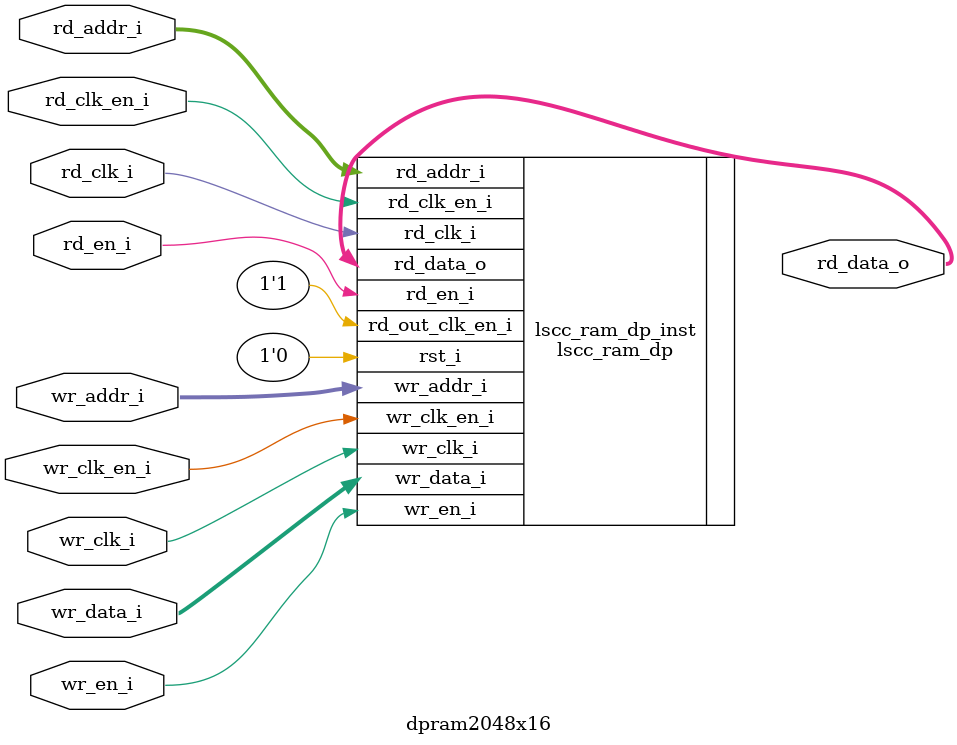
<source format=v>
/*******************************************************************************
    Verilog netlist generated by IPGEN Radiant
    Soft IP Version: 1.0.0
    Tue Mar 20 14:52:37 2018
*******************************************************************************/
/*******************************************************************************
    Include IP core template files.
*******************************************************************************/
`include "core/lscc_ram_dp.v"
/*******************************************************************************
    Wrapper Module generated per user settings.
*******************************************************************************/
module dpram2048x16 (wr_clk_i, rd_clk_i, wr_clk_en_i, rd_en_i, rd_clk_en_i,
    wr_en_i, wr_data_i, wr_addr_i, rd_addr_i, rd_data_o);
    input  wr_clk_i;
    input  rd_clk_i;
    input  wr_clk_en_i;
    input  rd_en_i;
    input  rd_clk_en_i;
    input  wr_en_i;
    input  [15:0]  wr_data_i;
    input  [10:0]  wr_addr_i;
    input  [10:0]  rd_addr_i;
    output  [15:0]  rd_data_o;
    lscc_ram_dp #(.WADDR_DEPTH(2048),
        .WDATA_WIDTH(16),
        .RADDR_DEPTH(2048),
        .RDATA_WIDTH(16),
        .WADDR_WIDTH(11),
        .REGMODE("noreg"),
        .RADDR_WIDTH(11),
        .RESETMODE("sync"),
        .INIT_MODE("none"),
        .INIT_FILE("none"),
        .INIT_FILE_FORMAT("hex"))
    lscc_ram_dp_inst(.wr_clk_i(wr_clk_i),
        .rd_clk_i(rd_clk_i),
        .rst_i(1'b0),
        .wr_clk_en_i(wr_clk_en_i),
        .rd_en_i(rd_en_i),
        .rd_clk_en_i(rd_clk_en_i),
        .rd_out_clk_en_i(1'b1),
        .wr_en_i(wr_en_i),
        .wr_data_i(wr_data_i),
        .wr_addr_i(wr_addr_i),
        .rd_addr_i(rd_addr_i),
        .rd_data_o(rd_data_o));
endmodule
</source>
